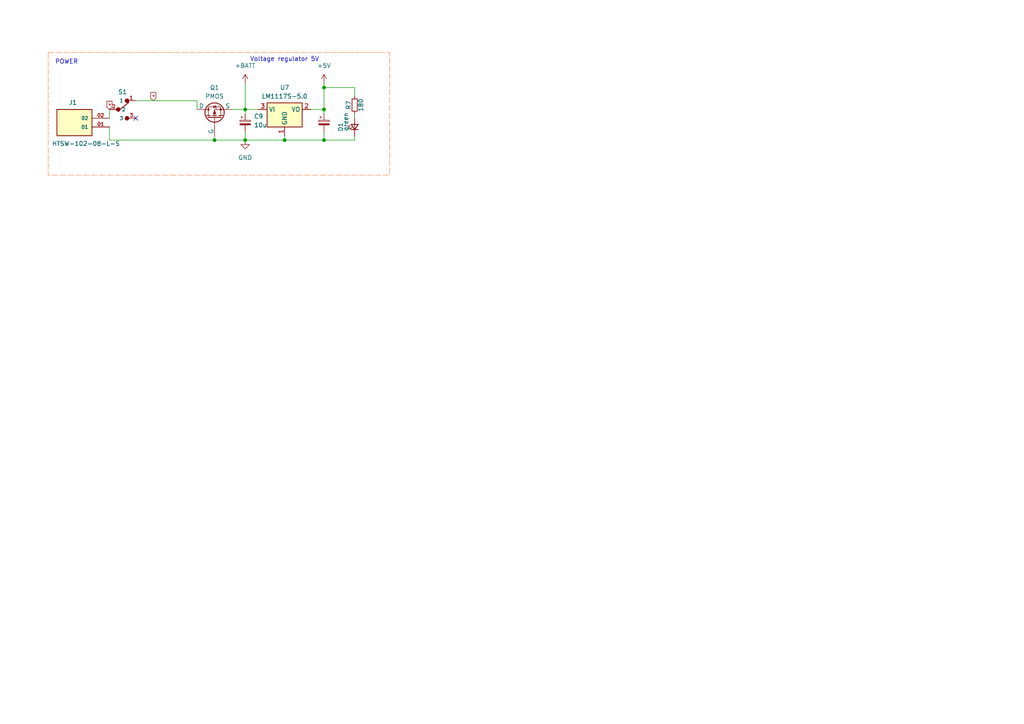
<source format=kicad_sch>
(kicad_sch (version 20231120) (generator "eeschema") (generator_version "8.0")
  (paper "A4")
  (lib_symbols
    (symbol "1101M2S3CQE2:1101M2S3CQE2" (pin_names (offset 1.016))
      (property "Reference" "S" (at 2.5409 5.0819 0))
      (property "Value" "1101M2S3CQE2" (at 2.5405 -5.0811 0))
      (symbol "1101M2S3CQE2_0_0"
        (circle (center 0 -0.254) (radius 0.254) (stroke (width 0.254)))
        (polyline (pts (xy 0.508 0) (xy 3.048 2.032)) (stroke (width 0.254)))
        (circle (center 0 0) (radius 0.254) (stroke (width 0.254)))
        (circle (center 0 0) (radius 0.3592) (stroke (width 0.254)))
        (circle (center 0 0) (radius 0.508) (stroke (width 0.254)))
        (circle (center 2.286 2.54) (radius 0.254) (stroke (width 0.254)))
        (circle (center 2.54 -2.794) (radius 0.254) (stroke (width 0.254)))
        (circle (center 2.54 -2.54) (radius 0.254) (stroke (width 0.254)))
        (circle (center 2.54 -2.54) (radius 0.508) (stroke (width 0.254)))
        (circle (center 2.54 2.54) (radius 0.254) (stroke (width 0.254)))
        (circle (center 2.54 2.54) (radius 0.3592) (stroke (width 0.254)))
        (circle (center 2.54 2.54) (radius 0.3592) (stroke (width 0.254)))
        (circle (center 2.54 2.54) (radius 0.508) (stroke (width 0.254)))
        (pin passive line (at 5.08 2.54 180) (length 2.54) (name "1") (number "1"))
        (pin passive line (at -2.54 0 0) (length 2.54) (name "2") (number "2"))
        (pin passive line (at 5.08 -2.54 180) (length 2.54) (name "3") (number "3"))
      )
    )
    (symbol "Device:C_Polarized_Small" (pin_numbers hide) (pin_names (offset 0.254) hide)
      (property "Reference" "C" (at 0.254 1.778 0))
      (property "Value" "C_Polarized_Small" (at 0.254 -2.032 0))
      (symbol "C_Polarized_Small_0_1"
        (rectangle (start -1.524 -0.3048) (end 1.524 -0.6858) (fill (type outline)))
        (rectangle (start -1.524 0.6858) (end 1.524 0.3048))
        (polyline (pts (xy -1.27 1.524) (xy -0.762 1.524)))
        (polyline (pts (xy -1.016 1.27) (xy -1.016 1.778)))
      )
      (symbol "C_Polarized_Small_1_1"
        (pin passive line (at 0 2.54 270) (length 1.8542) (name "~") (number "1"))
        (pin passive line (at 0 -2.54 90) (length 1.8542) (name "~") (number "2"))
      )
    )
    (symbol "Device:LED_Small" (pin_numbers hide) (pin_names (offset 0.254) hide)
      (property "Reference" "D" (at -1.27 3.175 0))
      (property "Value" "LED_Small" (at -4.445 -2.54 0))
      (symbol "LED_Small_0_1"
        (polyline (pts (xy -0.762 -1.016) (xy -0.762 1.016)) (stroke (width 0.254)))
        (polyline (pts (xy 1.016 0) (xy -0.762 0)))
        (polyline (pts (xy 0.762 -1.016) (xy -0.762 0) (xy 0.762 1.016) (xy 0.762 -1.016)) (stroke (width 0.254)))
        (polyline (pts (xy 0 0.762) (xy -0.508 1.27) (xy -0.254 1.27) (xy -0.508 1.27) (xy -0.508 1.016)))
        (polyline (pts (xy 0.508 1.27) (xy 0 1.778) (xy 0.254 1.778) (xy 0 1.778) (xy 0 1.524)))
      )
      (symbol "LED_Small_1_1"
        (pin passive line (at -2.54 0 0) (length 1.778) (name "K") (number "1"))
        (pin passive line (at 2.54 0 180) (length 1.778) (name "A") (number "2"))
      )
    )
    (symbol "Device:R_Small" (pin_numbers hide) (pin_names (offset 0.254) hide)
      (property "Reference" "R" (at 0.762 0.508 0))
      (property "Value" "R_Small" (at 0.762 -1.016 0))
      (symbol "R_Small_0_1"
        (rectangle (start -0.762 1.778) (end 0.762 -1.778) (stroke (width 0.2032)))
      )
      (symbol "R_Small_1_1"
        (pin passive line (at 0 2.54 270) (length 0.762) (name "~") (number "1"))
        (pin passive line (at 0 -2.54 90) (length 0.762) (name "~") (number "2"))
      )
    )
    (symbol "HTSW-102-08-L-S:HTSW-102-08-L-S" (pin_names (offset 1.016))
      (property "Reference" "J" (at -5.08 3.81 0))
      (property "Value" "HTSW-102-08-L-S" (at -5.08 -7.62 0))
      (symbol "HTSW-102-08-L-S_0_0"
        (rectangle (start -5.08 -5.08) (end 5.08 2.54) (stroke (width 0.254)) (fill (type background)))
        (pin passive line (at -10.16 0 0) (length 5.08) (name "01") (number "01"))
        (pin passive line (at -10.16 -2.54 0) (length 5.08) (name "02") (number "02"))
      )
    )
    (symbol "Regulator_Linear:LM1117S-5.0"
      (property "Reference" "U" (at -3.81 3.175 0))
      (property "Value" "LM1117S-5.0" (at 0 3.175 0))
      (symbol "LM1117S-5.0_0_1"
        (rectangle (start -5.08 -5.08) (end 5.08 1.905) (stroke (width 0.254)) (fill (type background)))
      )
      (symbol "LM1117S-5.0_1_1"
        (pin power_in line (at 0 -7.62 90) (length 2.54) (name "GND") (number "1"))
        (pin power_out line (at 7.62 0 180) (length 2.54) (name "VO") (number "2"))
        (pin power_in line (at -7.62 0 0) (length 2.54) (name "VI") (number "3"))
      )
    )
    (symbol "Simulation_SPICE:PMOS" (pin_numbers hide) (pin_names (offset 0))
      (property "Reference" "Q" (at 5.08 1.27 0))
      (property "Value" "PMOS" (at 5.08 -1.27 0))
      (symbol "PMOS_0_1"
        (polyline (pts (xy 0.254 0) (xy -2.54 0)))
        (polyline (pts (xy 0.254 1.905) (xy 0.254 -1.905)) (stroke (width 0.254)))
        (polyline (pts (xy 0.762 -1.27) (xy 0.762 -2.286)) (stroke (width 0.254)))
        (polyline (pts (xy 0.762 0.508) (xy 0.762 -0.508)) (stroke (width 0.254)))
        (polyline (pts (xy 0.762 2.286) (xy 0.762 1.27)) (stroke (width 0.254)))
        (polyline (pts (xy 2.54 2.54) (xy 2.54 1.778)))
        (polyline (pts (xy 2.54 -2.54) (xy 2.54 0) (xy 0.762 0)))
        (polyline (pts (xy 0.762 1.778) (xy 3.302 1.778) (xy 3.302 -1.778) (xy 0.762 -1.778)))
        (polyline (pts (xy 2.286 0) (xy 1.27 0.381) (xy 1.27 -0.381) (xy 2.286 0)) (fill (type outline)))
        (polyline (pts (xy 2.794 -0.508) (xy 2.921 -0.381) (xy 3.683 -0.381) (xy 3.81 -0.254)))
        (polyline (pts (xy 3.302 -0.381) (xy 2.921 0.254) (xy 3.683 0.254) (xy 3.302 -0.381)))
        (circle (center 1.651 0) (radius 2.794) (stroke (width 0.254)))
        (circle (center 2.54 -1.778) (radius 0.254) (fill (type outline)))
        (circle (center 2.54 1.778) (radius 0.254) (fill (type outline)))
      )
      (symbol "PMOS_1_1"
        (pin passive line (at 2.54 5.08 270) (length 2.54) (name "D") (number "1"))
        (pin input line (at -5.08 0 0) (length 2.54) (name "G") (number "2"))
        (pin passive line (at 2.54 -5.08 90) (length 2.54) (name "S") (number "3"))
      )
    )
    (symbol "power:+5V" (power) (pin_numbers hide) (pin_names (offset 0) hide)
      (property "Value" "+5V" (at 0 3.556 0))
      (symbol "+5V_0_1"
        (polyline (pts (xy -0.762 1.27) (xy 0 2.54)))
        (polyline (pts (xy 0 0) (xy 0 2.54)))
        (polyline (pts (xy 0 2.54) (xy 0.762 1.27)))
      )
      (symbol "+5V_1_1"
        (pin power_in line (at 0 0 90) (length 0) (name "~") (number "1"))
      )
    )
    (symbol "power:+BATT" (power) (pin_numbers hide) (pin_names (offset 0) hide)
      (property "Value" "+BATT" (at 0 3.556 0))
      (symbol "+BATT_0_1"
        (polyline (pts (xy -0.762 1.27) (xy 0 2.54)))
        (polyline (pts (xy 0 0) (xy 0 2.54)))
        (polyline (pts (xy 0 2.54) (xy 0.762 1.27)))
      )
      (symbol "+BATT_1_1"
        (pin power_in line (at 0 0 90) (length 0) (name "~") (number "1"))
      )
    )
    (symbol "power:GND" (power) (pin_numbers hide) (pin_names (offset 0) hide)
      (property "Value" "GND" (at 0 -3.81 0))
      (symbol "GND_0_1"
        (polyline (pts (xy 0 0) (xy 0 -1.27) (xy 1.27 -1.27) (xy 0 -2.54) (xy -1.27 -1.27) (xy 0 -1.27)))
      )
      (symbol "GND_1_1"
        (pin power_in line (at 0 0 270) (length 0) (name "~") (number "1"))
      )
    )
  )
  (junction (at 71.12 31.75))
  (junction (at 82.55 40.64))
  (junction (at 62.23 40.64))
  (junction (at 93.98 25.4))
  (junction (at 93.98 40.64))
  (junction (at 71.12 40.64))
  (junction (at 93.98 31.75))
  (no_connect (at 39.37 34.29))
  (wire (pts (xy 31.75 40.64) (xy 62.23 40.64)))
  (wire (pts (xy 71.12 31.75) (xy 74.93 31.75)))
  (wire (pts (xy 31.75 31.75) (xy 31.75 34.29)))
  (wire (pts (xy 62.23 39.37) (xy 62.23 40.64)))
  (wire (pts (xy 93.98 38.1) (xy 93.98 40.64)))
  (wire (pts (xy 102.87 25.4) (xy 102.87 27.94)))
  (wire (pts (xy 102.87 40.64) (xy 102.87 39.37)))
  (wire (pts (xy 102.87 34.29) (xy 102.87 33.02)))
  (wire (pts (xy 71.12 31.75) (xy 71.12 33.02)))
  (wire (pts (xy 57.15 29.21) (xy 57.15 31.75)))
  (wire (pts (xy 39.37 29.21) (xy 57.15 29.21)))
  (wire (pts (xy 62.23 40.64) (xy 71.12 40.64)))
  (wire (pts (xy 71.12 40.64) (xy 82.55 40.64)))
  (wire (pts (xy 93.98 31.75) (xy 93.98 33.02)))
  (wire (pts (xy 71.12 38.1) (xy 71.12 40.64)))
  (wire (pts (xy 82.55 40.64) (xy 93.98 40.64)))
  (wire (pts (xy 31.75 40.64) (xy 31.75 36.83)))
  (wire (pts (xy 93.98 40.64) (xy 102.87 40.64)))
  (wire (pts (xy 71.12 24.13) (xy 71.12 31.75)))
  (wire (pts (xy 82.55 39.37) (xy 82.55 40.64)))
  (wire (pts (xy 93.98 25.4) (xy 102.87 25.4)))
  (wire (pts (xy 93.98 24.13) (xy 93.98 25.4)))
  (wire (pts (xy 67.31 31.75) (xy 71.12 31.75)))
  (wire (pts (xy 93.98 25.4) (xy 93.98 31.75)))
  (wire (pts (xy 90.17 31.75) (xy 93.98 31.75)))
  (rectangle (start 13.97 15.24) (end 113.03 50.8) (stroke (width 0) (type dash) (color 255 133 81 1)))
  (text "Voltage regulator 5V\n\n" (at 82.55 18.288 0) (effects (font (size 1.27 1.27))))
  (text "POWER" (at 19.304 18.034 0) (effects (font (size 1.27 1.27))))
  (global_label "+" (shape input) (at 44.45 29.21 90) (effects (font (size 0.762 0.762))) (property "Intersheetrefs" "${INTERSHEET_REFS}" (effects (hide yes))))
  (global_label "+" (shape input) (at 31.75 31.75 90) (effects (font (size 0.762 0.762))) (property "Intersheetrefs" "${INTERSHEET_REFS}" (effects (hide yes))))
  (symbol (lib_id "HTSW-102-08-L-S:HTSW-102-08-L-S") (at 21.59 36.83 180) (unit 1)
    (property "Reference" "J1" (at 22.352 29.718 0) (effects (justify left)))
    (property "Value" "HTSW-102-08-L-S" (at 34.798 41.656 0) (effects (justify left)))
    (property "Footprint" "HTSW-102-08-L-S:SAMTEC_HTSW-102-08-L-S" (effects (hide yes)))
    (property "MF" "Samtec Inc." (effects (hide yes)))
    (property "Description_1" "\nConn Unshrouded Header HDR 2 POS 2.54mm Solder ST Top Entry Thru-Hole Bag\n" (effects (hide yes)))
    (property "Package" "None" (effects (hide yes)))
    (property "Price" "None" (effects (hide yes)))
    (property "Check_prices" "https://www.snapeda.com/parts/HTSW-102-08-L-S/Samtec/view-part/?ref=eda" (effects (hide yes)))
    (property "SnapEDA_Link" "https://www.snapeda.com/parts/HTSW-102-08-L-S/Samtec/view-part/?ref=snap" (effects (hide yes)))
    (property "MP" "HTSW-102-08-L-S" (effects (hide yes)))
    (property "Availability" "In Stock" (effects (hide yes)))
    (property "Purchase-URL" "https://pricing.snapeda.com/search/part/HTSW-102-25-G-S/?ref=eda" (effects (hide yes)))
  )
  (symbol (lib_id "power:+BATT") (at 71.12 24.13 0) (unit 1)
    (property "Reference" "#PWR016" (effects (hide yes)))
    (property "Value" "+BATT" (at 71.12 19.05 0))
    (property "Description" "Power symbol creates a global label with name \"+BATT\"" (effects (hide yes)))
  )
  (symbol (lib_id "Device:C_Polarized_Small") (at 93.98 35.56 0) (unit 1)
    (property "Reference" "C10" (effects (hide yes)))
    (property "Value" "10u" (effects (hide yes)))
    (property "Footprint" "Capacitor_Tantalum_SMD:CP_EIA-3528-12_Kemet-T" (effects (hide yes)))
    (property "Description" "Polarized capacitor, small symbol" (effects (hide yes)))
  )
  (symbol (lib_id "Simulation_SPICE:PMOS") (at 62.23 34.29 90) (unit 1)
    (property "Reference" "Q1" (at 62.23 25.4 90))
    (property "Value" "PMOS" (at 62.23 27.94 90))
    (property "Footprint" "Package_TO_SOT_SMD:SOT-23-3" (effects (hide yes)))
    (property "Datasheet" "https://ngspice.sourceforge.io/docs/ngspice-html-manual/manual.xhtml#cha_MOSFETs" (effects (hide yes)))
    (property "Description" "P-MOSFET transistor, drain/source/gate" (effects (hide yes)))
    (property "Sim.Device" "PMOS" (effects (hide yes)))
    (property "Sim.Type" "VDMOS" (effects (hide yes)))
    (property "Sim.Pins" "1=D 2=G 3=S" (effects (hide yes)))
  )
  (symbol (lib_id "Device:R_Small") (at 102.87 30.48 0) (mirror y) (unit 1)
    (property "Reference" "R7" (at 101.092 30.48 90))
    (property "Value" "180" (at 104.648 30.48 90))
    (property "Footprint" "Resistor_SMD:R_0805_2012Metric" (effects (hide yes)))
    (property "Description" "Resistor, small symbol" (effects (hide yes)))
  )
  (symbol (lib_id "Device:LED_Small") (at 102.87 36.83 90) (unit 1)
    (property "Reference" "D1" (at 98.806 36.83 0))
    (property "Value" "green" (at 100.33 35.306 0))
    (property "Footprint" "LED_SMD:LED_0805_2012Metric" (effects (hide yes)))
    (property "Description" "Light emitting diode, small symbol" (effects (hide yes)))
  )
  (symbol (lib_id "Device:C_Polarized_Small") (at 71.12 35.56 0) (unit 1)
    (property "Reference" "C9" (at 73.66 33.7438 0) (effects (justify left)))
    (property "Value" "10u" (at 73.66 36.2838 0) (effects (justify left)))
    (property "Footprint" "Capacitor_Tantalum_SMD:CP_EIA-3528-12_Kemet-T" (effects (hide yes)))
    (property "Description" "Polarized capacitor, small symbol" (effects (hide yes)))
  )
  (symbol (lib_id "power:+5V") (at 93.98 24.13 0) (unit 1)
    (property "Reference" "#PWR019" (effects (hide yes)))
    (property "Value" "+5V" (at 93.98 19.05 0))
    (property "Description" "Power symbol creates a global label with name \"+5V\"" (effects (hide yes)))
  )
  (symbol (lib_id "power:GND") (at 71.12 40.64 0) (unit 1)
    (property "Reference" "#PWR018" (effects (hide yes)))
    (property "Value" "GND" (at 71.12 45.72 0))
    (property "Description" "Power symbol creates a global label with name \"GND\" , ground" (effects (hide yes)))
  )
  (symbol (lib_id "Regulator_Linear:LM1117S-5.0") (at 82.55 31.75 0) (unit 1)
    (property "Reference" "U7" (at 82.55 25.4 0))
    (property "Value" "LM1117S-5.0" (at 82.55 27.94 0))
    (property "Footprint" "Package_TO_SOT_SMD:SOT-223" (effects (hide yes)))
    (property "Datasheet" "http://www.ti.com/lit/ds/symlink/lm1117.pdf" (effects (hide yes)))
    (property "Description" "800mA Low-Dropout Linear Regulator, 5.0V fixed output, TO-263" (effects (hide yes)))
  )
  (symbol (lib_id "1101M2S3CQE2:1101M2S3CQE2") (at 34.29 31.75 0) (unit 1)
    (property "Reference" "S1" (at 35.56 26.67 0))
    (property "Value" "1101M2S3CQE2" (effects (hide yes)))
    (property "Footprint" "1101M2S3CQE2:SW_1101M2S3CQE2" (effects (hide yes)))
    (property "MF" "C&K" (effects (hide yes)))
    (property "Description_1" "\nSlide Switch SPDT Through Hole\n" (effects (hide yes)))
    (property "Package" "None" (effects (hide yes)))
    (property "Price" "None" (effects (hide yes)))
    (property "Check_prices" "https://www.snapeda.com/parts/1101-M2S3CQE2/C%2526K/view-part/?ref=eda" (effects (hide yes)))
    (property "SnapEDA_Link" "https://www.snapeda.com/parts/1101-M2S3CQE2/C%2526K/view-part/?ref=snap" (effects (hide yes)))
    (property "MP" "1101-M2S3CQE2" (effects (hide yes)))
    (property "Availability" "In Stock" (effects (hide yes)))
    (property "MANUFACTURER" "CnK" (effects (hide yes)))
  )
)
</source>
